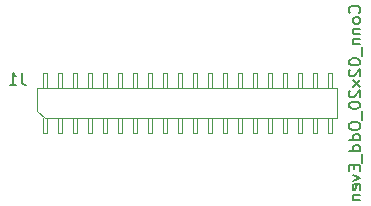
<source format=gbr>
G04 #@! TF.GenerationSoftware,KiCad,Pcbnew,(5.1.6)-1*
G04 #@! TF.CreationDate,2020-10-15T11:20:42+02:00*
G04 #@! TF.ProjectId,DynOSSAT-EDU-HeaderAdapter,44796e4f-5353-4415-942d-4544552d4865,rev?*
G04 #@! TF.SameCoordinates,Original*
G04 #@! TF.FileFunction,Other,Fab,Bot*
%FSLAX46Y46*%
G04 Gerber Fmt 4.6, Leading zero omitted, Abs format (unit mm)*
G04 Created by KiCad (PCBNEW (5.1.6)-1) date 2020-10-15 11:20:42*
%MOMM*%
%LPD*%
G01*
G04 APERTURE LIST*
%ADD10C,0.100000*%
%ADD11C,0.150000*%
G04 APERTURE END LIST*
D10*
X147647000Y-88356200D02*
X147647000Y-87071200D01*
X147247000Y-88356200D02*
X147647000Y-88356200D01*
X147247000Y-87071200D02*
X147247000Y-88356200D01*
X147647000Y-83246200D02*
X147247000Y-83246200D01*
X147647000Y-84531200D02*
X147647000Y-83246200D01*
X147247000Y-83246200D02*
X147247000Y-84531200D01*
X146377000Y-88356200D02*
X146377000Y-87071200D01*
X145977000Y-88356200D02*
X146377000Y-88356200D01*
X145977000Y-87071200D02*
X145977000Y-88356200D01*
X146377000Y-83246200D02*
X145977000Y-83246200D01*
X146377000Y-84531200D02*
X146377000Y-83246200D01*
X145977000Y-83246200D02*
X145977000Y-84531200D01*
X145107000Y-88356200D02*
X145107000Y-87071200D01*
X144707000Y-88356200D02*
X145107000Y-88356200D01*
X144707000Y-87071200D02*
X144707000Y-88356200D01*
X145107000Y-83246200D02*
X144707000Y-83246200D01*
X145107000Y-84531200D02*
X145107000Y-83246200D01*
X144707000Y-83246200D02*
X144707000Y-84531200D01*
X143837000Y-88356200D02*
X143837000Y-87071200D01*
X143437000Y-88356200D02*
X143837000Y-88356200D01*
X143437000Y-87071200D02*
X143437000Y-88356200D01*
X143837000Y-83246200D02*
X143437000Y-83246200D01*
X143837000Y-84531200D02*
X143837000Y-83246200D01*
X143437000Y-83246200D02*
X143437000Y-84531200D01*
X142567000Y-88356200D02*
X142567000Y-87071200D01*
X142167000Y-88356200D02*
X142567000Y-88356200D01*
X142167000Y-87071200D02*
X142167000Y-88356200D01*
X142567000Y-83246200D02*
X142167000Y-83246200D01*
X142567000Y-84531200D02*
X142567000Y-83246200D01*
X142167000Y-83246200D02*
X142167000Y-84531200D01*
X141297000Y-88356200D02*
X141297000Y-87071200D01*
X140897000Y-88356200D02*
X141297000Y-88356200D01*
X140897000Y-87071200D02*
X140897000Y-88356200D01*
X141297000Y-83246200D02*
X140897000Y-83246200D01*
X141297000Y-84531200D02*
X141297000Y-83246200D01*
X140897000Y-83246200D02*
X140897000Y-84531200D01*
X140027000Y-88356200D02*
X140027000Y-87071200D01*
X139627000Y-88356200D02*
X140027000Y-88356200D01*
X139627000Y-87071200D02*
X139627000Y-88356200D01*
X140027000Y-83246200D02*
X139627000Y-83246200D01*
X140027000Y-84531200D02*
X140027000Y-83246200D01*
X139627000Y-83246200D02*
X139627000Y-84531200D01*
X138757000Y-88356200D02*
X138757000Y-87071200D01*
X138357000Y-88356200D02*
X138757000Y-88356200D01*
X138357000Y-87071200D02*
X138357000Y-88356200D01*
X138757000Y-83246200D02*
X138357000Y-83246200D01*
X138757000Y-84531200D02*
X138757000Y-83246200D01*
X138357000Y-83246200D02*
X138357000Y-84531200D01*
X137487000Y-88356200D02*
X137487000Y-87071200D01*
X137087000Y-88356200D02*
X137487000Y-88356200D01*
X137087000Y-87071200D02*
X137087000Y-88356200D01*
X137487000Y-83246200D02*
X137087000Y-83246200D01*
X137487000Y-84531200D02*
X137487000Y-83246200D01*
X137087000Y-83246200D02*
X137087000Y-84531200D01*
X136217000Y-88356200D02*
X136217000Y-87071200D01*
X135817000Y-88356200D02*
X136217000Y-88356200D01*
X135817000Y-87071200D02*
X135817000Y-88356200D01*
X136217000Y-83246200D02*
X135817000Y-83246200D01*
X136217000Y-84531200D02*
X136217000Y-83246200D01*
X135817000Y-83246200D02*
X135817000Y-84531200D01*
X134947000Y-88356200D02*
X134947000Y-87071200D01*
X134547000Y-88356200D02*
X134947000Y-88356200D01*
X134547000Y-87071200D02*
X134547000Y-88356200D01*
X134947000Y-83246200D02*
X134547000Y-83246200D01*
X134947000Y-84531200D02*
X134947000Y-83246200D01*
X134547000Y-83246200D02*
X134547000Y-84531200D01*
X133677000Y-88356200D02*
X133677000Y-87071200D01*
X133277000Y-88356200D02*
X133677000Y-88356200D01*
X133277000Y-87071200D02*
X133277000Y-88356200D01*
X133677000Y-83246200D02*
X133277000Y-83246200D01*
X133677000Y-84531200D02*
X133677000Y-83246200D01*
X133277000Y-83246200D02*
X133277000Y-84531200D01*
X132407000Y-88356200D02*
X132407000Y-87071200D01*
X132007000Y-88356200D02*
X132407000Y-88356200D01*
X132007000Y-87071200D02*
X132007000Y-88356200D01*
X132407000Y-83246200D02*
X132007000Y-83246200D01*
X132407000Y-84531200D02*
X132407000Y-83246200D01*
X132007000Y-83246200D02*
X132007000Y-84531200D01*
X131137000Y-88356200D02*
X131137000Y-87071200D01*
X130737000Y-88356200D02*
X131137000Y-88356200D01*
X130737000Y-87071200D02*
X130737000Y-88356200D01*
X131137000Y-83246200D02*
X130737000Y-83246200D01*
X131137000Y-84531200D02*
X131137000Y-83246200D01*
X130737000Y-83246200D02*
X130737000Y-84531200D01*
X129867000Y-88356200D02*
X129867000Y-87071200D01*
X129467000Y-88356200D02*
X129867000Y-88356200D01*
X129467000Y-87071200D02*
X129467000Y-88356200D01*
X129867000Y-83246200D02*
X129467000Y-83246200D01*
X129867000Y-84531200D02*
X129867000Y-83246200D01*
X129467000Y-83246200D02*
X129467000Y-84531200D01*
X128597000Y-88356200D02*
X128597000Y-87071200D01*
X128197000Y-88356200D02*
X128597000Y-88356200D01*
X128197000Y-87071200D02*
X128197000Y-88356200D01*
X128597000Y-83246200D02*
X128197000Y-83246200D01*
X128597000Y-84531200D02*
X128597000Y-83246200D01*
X128197000Y-83246200D02*
X128197000Y-84531200D01*
X127327000Y-88356200D02*
X127327000Y-87071200D01*
X126927000Y-88356200D02*
X127327000Y-88356200D01*
X126927000Y-87071200D02*
X126927000Y-88356200D01*
X127327000Y-83246200D02*
X126927000Y-83246200D01*
X127327000Y-84531200D02*
X127327000Y-83246200D01*
X126927000Y-83246200D02*
X126927000Y-84531200D01*
X126057000Y-88356200D02*
X126057000Y-87071200D01*
X125657000Y-88356200D02*
X126057000Y-88356200D01*
X125657000Y-87071200D02*
X125657000Y-88356200D01*
X126057000Y-83246200D02*
X125657000Y-83246200D01*
X126057000Y-84531200D02*
X126057000Y-83246200D01*
X125657000Y-83246200D02*
X125657000Y-84531200D01*
X124787000Y-88356200D02*
X124787000Y-87071200D01*
X124387000Y-88356200D02*
X124787000Y-88356200D01*
X124387000Y-87071200D02*
X124387000Y-88356200D01*
X124787000Y-83246200D02*
X124387000Y-83246200D01*
X124787000Y-84531200D02*
X124787000Y-83246200D01*
X124387000Y-83246200D02*
X124387000Y-84531200D01*
X123517000Y-88356200D02*
X123517000Y-87071200D01*
X123117000Y-88356200D02*
X123517000Y-88356200D01*
X123117000Y-87071200D02*
X123117000Y-88356200D01*
X123517000Y-83246200D02*
X123117000Y-83246200D01*
X123517000Y-84531200D02*
X123517000Y-83246200D01*
X123117000Y-83246200D02*
X123117000Y-84531200D01*
X148082000Y-84531200D02*
X122682000Y-84531200D01*
X148082000Y-87071200D02*
X148082000Y-84531200D01*
X123317000Y-87071200D02*
X148082000Y-87071200D01*
X122682000Y-86436200D02*
X123317000Y-87071200D01*
X122682000Y-84531200D02*
X122682000Y-86436200D01*
D11*
X149939142Y-78158342D02*
X149986761Y-78110723D01*
X150034380Y-77967866D01*
X150034380Y-77872628D01*
X149986761Y-77729771D01*
X149891523Y-77634533D01*
X149796285Y-77586914D01*
X149605809Y-77539295D01*
X149462952Y-77539295D01*
X149272476Y-77586914D01*
X149177238Y-77634533D01*
X149082000Y-77729771D01*
X149034380Y-77872628D01*
X149034380Y-77967866D01*
X149082000Y-78110723D01*
X149129619Y-78158342D01*
X150034380Y-78729771D02*
X149986761Y-78634533D01*
X149939142Y-78586914D01*
X149843904Y-78539295D01*
X149558190Y-78539295D01*
X149462952Y-78586914D01*
X149415333Y-78634533D01*
X149367714Y-78729771D01*
X149367714Y-78872628D01*
X149415333Y-78967866D01*
X149462952Y-79015485D01*
X149558190Y-79063104D01*
X149843904Y-79063104D01*
X149939142Y-79015485D01*
X149986761Y-78967866D01*
X150034380Y-78872628D01*
X150034380Y-78729771D01*
X149367714Y-79491676D02*
X150034380Y-79491676D01*
X149462952Y-79491676D02*
X149415333Y-79539295D01*
X149367714Y-79634533D01*
X149367714Y-79777390D01*
X149415333Y-79872628D01*
X149510571Y-79920247D01*
X150034380Y-79920247D01*
X149367714Y-80396438D02*
X150034380Y-80396438D01*
X149462952Y-80396438D02*
X149415333Y-80444057D01*
X149367714Y-80539295D01*
X149367714Y-80682152D01*
X149415333Y-80777390D01*
X149510571Y-80825009D01*
X150034380Y-80825009D01*
X150129619Y-81063104D02*
X150129619Y-81825009D01*
X149034380Y-82253580D02*
X149034380Y-82348819D01*
X149082000Y-82444057D01*
X149129619Y-82491676D01*
X149224857Y-82539295D01*
X149415333Y-82586914D01*
X149653428Y-82586914D01*
X149843904Y-82539295D01*
X149939142Y-82491676D01*
X149986761Y-82444057D01*
X150034380Y-82348819D01*
X150034380Y-82253580D01*
X149986761Y-82158342D01*
X149939142Y-82110723D01*
X149843904Y-82063104D01*
X149653428Y-82015485D01*
X149415333Y-82015485D01*
X149224857Y-82063104D01*
X149129619Y-82110723D01*
X149082000Y-82158342D01*
X149034380Y-82253580D01*
X149129619Y-82967866D02*
X149082000Y-83015485D01*
X149034380Y-83110723D01*
X149034380Y-83348819D01*
X149082000Y-83444057D01*
X149129619Y-83491676D01*
X149224857Y-83539295D01*
X149320095Y-83539295D01*
X149462952Y-83491676D01*
X150034380Y-82920247D01*
X150034380Y-83539295D01*
X150034380Y-83872628D02*
X149367714Y-84396438D01*
X149367714Y-83872628D02*
X150034380Y-84396438D01*
X149129619Y-84729771D02*
X149082000Y-84777390D01*
X149034380Y-84872628D01*
X149034380Y-85110723D01*
X149082000Y-85205961D01*
X149129619Y-85253580D01*
X149224857Y-85301200D01*
X149320095Y-85301200D01*
X149462952Y-85253580D01*
X150034380Y-84682152D01*
X150034380Y-85301200D01*
X149034380Y-85920247D02*
X149034380Y-86015485D01*
X149082000Y-86110723D01*
X149129619Y-86158342D01*
X149224857Y-86205961D01*
X149415333Y-86253580D01*
X149653428Y-86253580D01*
X149843904Y-86205961D01*
X149939142Y-86158342D01*
X149986761Y-86110723D01*
X150034380Y-86015485D01*
X150034380Y-85920247D01*
X149986761Y-85825009D01*
X149939142Y-85777390D01*
X149843904Y-85729771D01*
X149653428Y-85682152D01*
X149415333Y-85682152D01*
X149224857Y-85729771D01*
X149129619Y-85777390D01*
X149082000Y-85825009D01*
X149034380Y-85920247D01*
X150129619Y-86444057D02*
X150129619Y-87205961D01*
X149034380Y-87634533D02*
X149034380Y-87825009D01*
X149082000Y-87920247D01*
X149177238Y-88015485D01*
X149367714Y-88063104D01*
X149701047Y-88063104D01*
X149891523Y-88015485D01*
X149986761Y-87920247D01*
X150034380Y-87825009D01*
X150034380Y-87634533D01*
X149986761Y-87539295D01*
X149891523Y-87444057D01*
X149701047Y-87396438D01*
X149367714Y-87396438D01*
X149177238Y-87444057D01*
X149082000Y-87539295D01*
X149034380Y-87634533D01*
X150034380Y-88920247D02*
X149034380Y-88920247D01*
X149986761Y-88920247D02*
X150034380Y-88825009D01*
X150034380Y-88634533D01*
X149986761Y-88539295D01*
X149939142Y-88491676D01*
X149843904Y-88444057D01*
X149558190Y-88444057D01*
X149462952Y-88491676D01*
X149415333Y-88539295D01*
X149367714Y-88634533D01*
X149367714Y-88825009D01*
X149415333Y-88920247D01*
X150034380Y-89825009D02*
X149034380Y-89825009D01*
X149986761Y-89825009D02*
X150034380Y-89729771D01*
X150034380Y-89539295D01*
X149986761Y-89444057D01*
X149939142Y-89396438D01*
X149843904Y-89348819D01*
X149558190Y-89348819D01*
X149462952Y-89396438D01*
X149415333Y-89444057D01*
X149367714Y-89539295D01*
X149367714Y-89729771D01*
X149415333Y-89825009D01*
X150129619Y-90063104D02*
X150129619Y-90825009D01*
X149510571Y-91063104D02*
X149510571Y-91396438D01*
X150034380Y-91539295D02*
X150034380Y-91063104D01*
X149034380Y-91063104D01*
X149034380Y-91539295D01*
X149367714Y-91872628D02*
X150034380Y-92110723D01*
X149367714Y-92348819D01*
X149986761Y-93110723D02*
X150034380Y-93015485D01*
X150034380Y-92825009D01*
X149986761Y-92729771D01*
X149891523Y-92682152D01*
X149510571Y-92682152D01*
X149415333Y-92729771D01*
X149367714Y-92825009D01*
X149367714Y-93015485D01*
X149415333Y-93110723D01*
X149510571Y-93158342D01*
X149605809Y-93158342D01*
X149701047Y-92682152D01*
X149367714Y-93586914D02*
X150034380Y-93586914D01*
X149462952Y-93586914D02*
X149415333Y-93634533D01*
X149367714Y-93729771D01*
X149367714Y-93872628D01*
X149415333Y-93967866D01*
X149510571Y-94015485D01*
X150034380Y-94015485D01*
X121338933Y-83221580D02*
X121338933Y-83935866D01*
X121386552Y-84078723D01*
X121481790Y-84173961D01*
X121624647Y-84221580D01*
X121719885Y-84221580D01*
X120338933Y-84221580D02*
X120910361Y-84221580D01*
X120624647Y-84221580D02*
X120624647Y-83221580D01*
X120719885Y-83364438D01*
X120815123Y-83459676D01*
X120910361Y-83507295D01*
M02*

</source>
